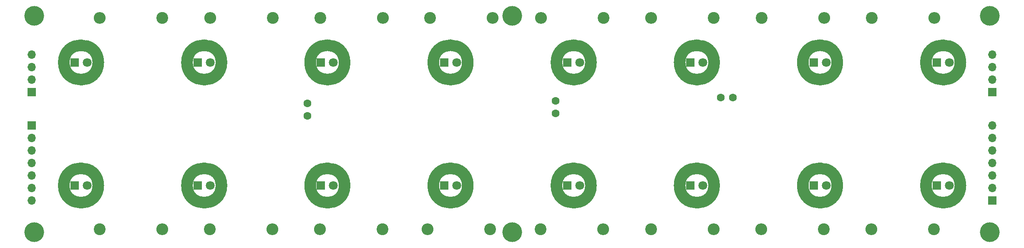
<source format=gbr>
%TF.GenerationSoftware,KiCad,Pcbnew,(5.1.7-0-10_14)*%
%TF.CreationDate,2020-11-05T14:27:50-03:00*%
%TF.ProjectId,macedo module 2,6d616365-646f-4206-9d6f-64756c652032,rev?*%
%TF.SameCoordinates,Original*%
%TF.FileFunction,Soldermask,Top*%
%TF.FilePolarity,Negative*%
%FSLAX46Y46*%
G04 Gerber Fmt 4.6, Leading zero omitted, Abs format (unit mm)*
G04 Created by KiCad (PCBNEW (5.1.7-0-10_14)) date 2020-11-05 14:27:50*
%MOMM*%
%LPD*%
G01*
G04 APERTURE LIST*
%ADD10C,2.350000*%
%ADD11C,4.000000*%
%ADD12C,1.800000*%
%ADD13R,1.800000X1.800000*%
%ADD14O,1.700000X1.700000*%
%ADD15R,1.700000X1.700000*%
%ADD16O,2.400000X2.400000*%
%ADD17C,2.400000*%
%ADD18C,1.600000*%
G04 APERTURE END LIST*
D10*
%TO.C,SW1*%
X61000000Y-132500000D02*
G75*
G03*
X61000000Y-132500000I-3500000J0D01*
G01*
%TO.C,SW2*%
X61000000Y-157500000D02*
G75*
G03*
X61000000Y-157500000I-3500000J0D01*
G01*
%TO.C,SW3*%
X86000000Y-132500000D02*
G75*
G03*
X86000000Y-132500000I-3500000J0D01*
G01*
%TO.C,SW4*%
X86000000Y-157500000D02*
G75*
G03*
X86000000Y-157500000I-3500000J0D01*
G01*
%TO.C,SW5*%
X111000000Y-132500000D02*
G75*
G03*
X111000000Y-132500000I-3500000J0D01*
G01*
%TO.C,SW6*%
X111000000Y-157500000D02*
G75*
G03*
X111000000Y-157500000I-3500000J0D01*
G01*
%TO.C,SW7*%
X136000000Y-132500000D02*
G75*
G03*
X136000000Y-132500000I-3500000J0D01*
G01*
%TO.C,SW8*%
X136000000Y-157500000D02*
G75*
G03*
X136000000Y-157500000I-3500000J0D01*
G01*
%TO.C,SW9*%
X161000000Y-132500000D02*
G75*
G03*
X161000000Y-132500000I-3500000J0D01*
G01*
%TO.C,SW10*%
X161000000Y-157500000D02*
G75*
G03*
X161000000Y-157500000I-3500000J0D01*
G01*
%TO.C,SW11*%
X186000000Y-132500000D02*
G75*
G03*
X186000000Y-132500000I-3500000J0D01*
G01*
%TO.C,SW12*%
X186000000Y-157500000D02*
G75*
G03*
X186000000Y-157500000I-3500000J0D01*
G01*
%TO.C,SW13*%
X211000000Y-132500000D02*
G75*
G03*
X211000000Y-132500000I-3500000J0D01*
G01*
%TO.C,SW14*%
X211000000Y-157500000D02*
G75*
G03*
X211000000Y-157500000I-3500000J0D01*
G01*
%TO.C,SW15*%
X236000000Y-132500000D02*
G75*
G03*
X236000000Y-132500000I-3500000J0D01*
G01*
%TO.C,SW16*%
X236000000Y-157500000D02*
G75*
G03*
X236000000Y-157500000I-3500000J0D01*
G01*
%TD*%
D11*
%TO.C,REF\u002A\u002A*%
X242000000Y-167000000D03*
%TD*%
%TO.C,REF\u002A\u002A*%
X145000000Y-167000000D03*
%TD*%
%TO.C,REF\u002A\u002A*%
X48000000Y-167000000D03*
%TD*%
%TO.C,REF\u002A\u002A*%
X145000000Y-123000000D03*
%TD*%
%TO.C,REF\u002A\u002A*%
X48000000Y-123000000D03*
%TD*%
%TO.C,REF\u002A\u002A*%
X242000000Y-123000000D03*
%TD*%
D12*
%TO.C,D1*%
X58740000Y-132500000D03*
D13*
X56200000Y-132500000D03*
%TD*%
%TO.C,D2*%
X56200000Y-157500000D03*
D12*
X58740000Y-157500000D03*
%TD*%
D13*
%TO.C,D3*%
X81200000Y-132500000D03*
D12*
X83740000Y-132500000D03*
%TD*%
D13*
%TO.C,D4*%
X81200000Y-157500000D03*
D12*
X83740000Y-157500000D03*
%TD*%
%TO.C,D5*%
X108740000Y-132500000D03*
D13*
X106200000Y-132500000D03*
%TD*%
%TO.C,D6*%
X106200000Y-157500000D03*
D12*
X108740000Y-157500000D03*
%TD*%
D13*
%TO.C,D7*%
X131200000Y-132500000D03*
D12*
X133740000Y-132500000D03*
%TD*%
%TO.C,D8*%
X133740000Y-157500000D03*
D13*
X131200000Y-157500000D03*
%TD*%
%TO.C,D9*%
X156200000Y-132500000D03*
D12*
X158740000Y-132500000D03*
%TD*%
%TO.C,D10*%
X158740000Y-157500000D03*
D13*
X156200000Y-157500000D03*
%TD*%
D12*
%TO.C,D11*%
X183740000Y-132500000D03*
D13*
X181200000Y-132500000D03*
%TD*%
D12*
%TO.C,D12*%
X183740000Y-157500000D03*
D13*
X181200000Y-157500000D03*
%TD*%
%TO.C,D13*%
X206200000Y-132500000D03*
D12*
X208740000Y-132500000D03*
%TD*%
%TO.C,D14*%
X208740000Y-157500000D03*
D13*
X206200000Y-157500000D03*
%TD*%
D12*
%TO.C,D15*%
X233740000Y-132500000D03*
D13*
X231200000Y-132500000D03*
%TD*%
%TO.C,D16*%
X231200000Y-157500000D03*
D12*
X233740000Y-157500000D03*
%TD*%
D14*
%TO.C,4067_conn_1*%
X242500000Y-145300000D03*
X242500000Y-147840000D03*
X242500000Y-150380000D03*
X242500000Y-152920000D03*
X242500000Y-155460000D03*
X242500000Y-158000000D03*
D15*
X242500000Y-160540000D03*
%TD*%
%TO.C,4067_conn_2*%
X47500000Y-145290000D03*
D14*
X47500000Y-147830000D03*
X47500000Y-150370000D03*
X47500000Y-152910000D03*
X47500000Y-155450000D03*
X47500000Y-157990000D03*
X47500000Y-160530000D03*
%TD*%
D15*
%TO.C,595_conn_1*%
X47500000Y-138540000D03*
D14*
X47500000Y-136000000D03*
X47500000Y-133460000D03*
X47500000Y-130920000D03*
%TD*%
D16*
%TO.C,R1*%
X61300000Y-123500000D03*
D17*
X74000000Y-123500000D03*
%TD*%
%TO.C,R3*%
X96385714Y-123500000D03*
D16*
X83685714Y-123500000D03*
%TD*%
%TO.C,R5*%
X118771428Y-123500000D03*
D17*
X106071428Y-123500000D03*
%TD*%
%TO.C,R7*%
X128300000Y-123500000D03*
D16*
X141000000Y-123500000D03*
%TD*%
%TO.C,R9*%
X150842856Y-123500000D03*
D17*
X163542856Y-123500000D03*
%TD*%
%TO.C,R11*%
X185928570Y-123500000D03*
D16*
X173228570Y-123500000D03*
%TD*%
%TO.C,R13*%
X208314284Y-123500000D03*
D17*
X195614284Y-123500000D03*
%TD*%
%TO.C,R15*%
X218000000Y-123500000D03*
D16*
X230700000Y-123500000D03*
%TD*%
D17*
%TO.C,R2*%
X61250000Y-166350000D03*
D16*
X73950000Y-166350000D03*
%TD*%
%TO.C,R4*%
X96335714Y-166350000D03*
D17*
X83635714Y-166350000D03*
%TD*%
%TO.C,R6*%
X118721428Y-166350000D03*
D16*
X106021428Y-166350000D03*
%TD*%
%TO.C,R8*%
X127850000Y-166350000D03*
D17*
X140550000Y-166350000D03*
%TD*%
%TO.C,R10*%
X150792856Y-166350000D03*
D16*
X163492856Y-166350000D03*
%TD*%
%TO.C,R12*%
X185878570Y-166350000D03*
D17*
X173178570Y-166350000D03*
%TD*%
%TO.C,R14*%
X208264284Y-166350000D03*
D16*
X195564284Y-166350000D03*
%TD*%
%TO.C,R16*%
X217950000Y-166350000D03*
D17*
X230650000Y-166350000D03*
%TD*%
D15*
%TO.C,595_conn_2*%
X242500000Y-138540000D03*
D14*
X242500000Y-136000000D03*
X242500000Y-133460000D03*
X242500000Y-130920000D03*
%TD*%
D18*
%TO.C,C1*%
X189850000Y-139650000D03*
X187350000Y-139650000D03*
%TD*%
%TO.C,C2*%
X153850000Y-140340000D03*
X153850000Y-142840000D03*
%TD*%
%TO.C,C3*%
X103440000Y-143350000D03*
X103440000Y-140850000D03*
%TD*%
M02*

</source>
